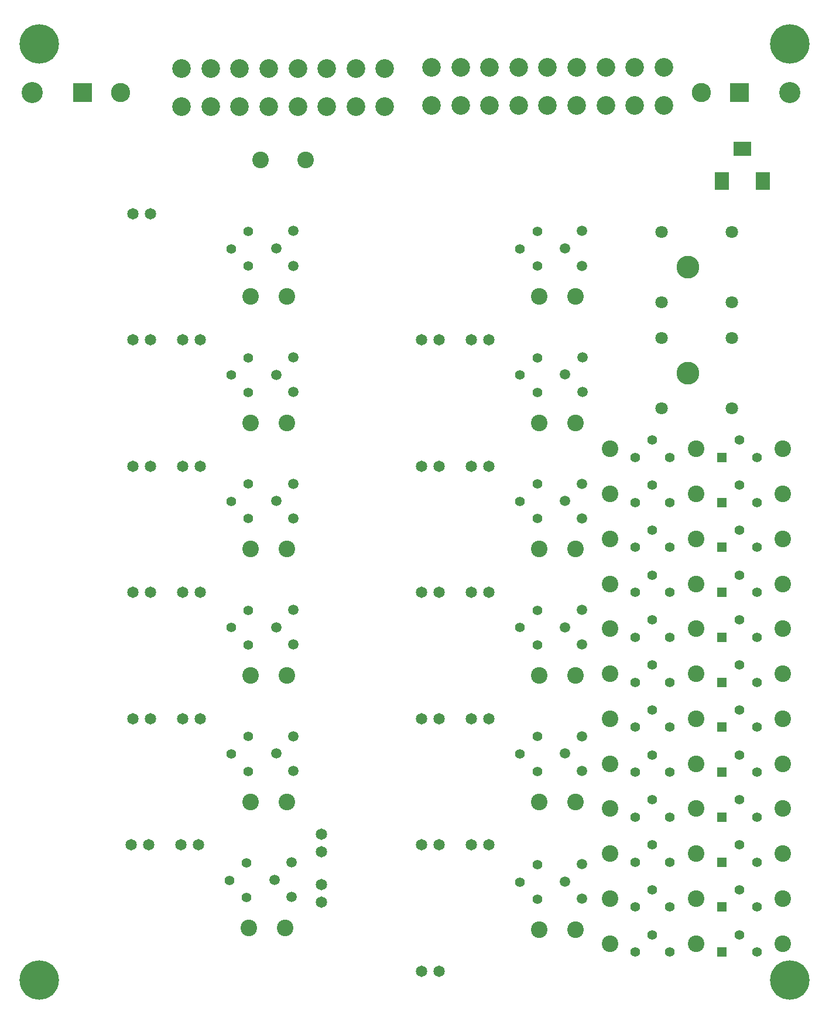
<source format=gbr>
%TF.GenerationSoftware,KiCad,Pcbnew,(6.0.1)*%
%TF.CreationDate,2024-03-16T13:10:31+01:00*%
%TF.ProjectId,CMU,434d552e-6b69-4636-9164-5f7063625858,rev?*%
%TF.SameCoordinates,Original*%
%TF.FileFunction,Soldermask,Bot*%
%TF.FilePolarity,Negative*%
%FSLAX46Y46*%
G04 Gerber Fmt 4.6, Leading zero omitted, Abs format (unit mm)*
G04 Created by KiCad (PCBNEW (6.0.1)) date 2024-03-16 13:10:31*
%MOMM*%
%LPD*%
G01*
G04 APERTURE LIST*
%ADD10C,5.700000*%
%ADD11C,1.400000*%
%ADD12R,1.400000X1.400000*%
%ADD13C,1.650000*%
%ADD14C,2.400000*%
%ADD15C,1.500000*%
%ADD16C,3.050000*%
%ADD17R,2.775000X2.775000*%
%ADD18C,2.775000*%
%ADD19C,1.800000*%
%ADD20C,3.300000*%
%ADD21R,2.000000X2.600000*%
%ADD22R,2.600000X2.000000*%
%ADD23C,2.700000*%
G04 APERTURE END LIST*
D10*
%TO.C,H4*%
X71500000Y-231000000D03*
%TD*%
D11*
%TO.C,VR27*%
X143480000Y-200845000D03*
X140980000Y-198345000D03*
X143480000Y-195845000D03*
%TD*%
D12*
%TO.C,VR25*%
X170155000Y-220480000D03*
D11*
X172695000Y-217980000D03*
X175235000Y-220480000D03*
%TD*%
D13*
%TO.C,J28*%
X94770000Y-156750000D03*
X92230000Y-156750000D03*
%TD*%
D14*
%TO.C,TP14*%
X154000000Y-212750000D03*
%TD*%
%TO.C,TP21*%
X166500000Y-180250000D03*
%TD*%
D13*
%TO.C,J19*%
X136520000Y-211500000D03*
X133980000Y-211500000D03*
%TD*%
D14*
%TO.C,TP40*%
X179000000Y-225750000D03*
%TD*%
%TO.C,TP13*%
X154000000Y-206250000D03*
%TD*%
D15*
%TO.C,VR28*%
X149980000Y-200777000D03*
X147480000Y-198277000D03*
X149980000Y-195777000D03*
%TD*%
D13*
%TO.C,J25*%
X94520000Y-211500000D03*
X91980000Y-211500000D03*
%TD*%
D14*
%TO.C,TP48*%
X149000000Y-150500000D03*
%TD*%
D12*
%TO.C,VR22*%
X170155000Y-200980000D03*
D11*
X172695000Y-198480000D03*
X175235000Y-200980000D03*
%TD*%
D10*
%TO.C,H1*%
X71500000Y-95750000D03*
%TD*%
D13*
%TO.C,J5*%
X126730000Y-211500000D03*
X129270000Y-211500000D03*
%TD*%
%TO.C,J27*%
X94750000Y-175000000D03*
X92210000Y-175000000D03*
%TD*%
D14*
%TO.C,TP16*%
X154000000Y-225750000D03*
%TD*%
%TO.C,TP10*%
X154000000Y-186750000D03*
%TD*%
D13*
%TO.C,J10*%
X112250000Y-212520000D03*
X112250000Y-209980000D03*
%TD*%
D11*
%TO.C,VR33*%
X143480000Y-146095000D03*
X140980000Y-143595000D03*
X143480000Y-141095000D03*
%TD*%
D14*
%TO.C,TP17*%
X166500000Y-154250000D03*
%TD*%
%TO.C,TP34*%
X179000000Y-186750000D03*
%TD*%
%TO.C,TP53*%
X102000000Y-187000000D03*
%TD*%
%TO.C,TP5*%
X154000000Y-154250000D03*
%TD*%
%TO.C,TP44*%
X149000000Y-187000000D03*
%TD*%
%TO.C,TP22*%
X166500000Y-186750000D03*
%TD*%
D16*
%TO.C,J18*%
X70450000Y-102750000D03*
D17*
X77750000Y-102750000D03*
D18*
X83250000Y-102750000D03*
%TD*%
D14*
%TO.C,TP36*%
X179000000Y-199750000D03*
%TD*%
%TO.C,TP54*%
X107250000Y-187000000D03*
%TD*%
%TO.C,TP15*%
X154000000Y-219250000D03*
%TD*%
D10*
%TO.C,H2*%
X180000000Y-95750000D03*
%TD*%
D14*
%TO.C,TP62*%
X107000000Y-223500000D03*
%TD*%
%TO.C,TP61*%
X101750000Y-223500000D03*
%TD*%
%TO.C,TP30*%
X179000000Y-160750000D03*
%TD*%
%TO.C,TP47*%
X143750000Y-150500000D03*
%TD*%
D13*
%TO.C,J24*%
X112250000Y-217230000D03*
X112250000Y-219770000D03*
%TD*%
D15*
%TO.C,VR2*%
X149980000Y-219277000D03*
X147480000Y-216777000D03*
X149980000Y-214277000D03*
%TD*%
D11*
%TO.C,VR41*%
X101730000Y-164345000D03*
X99230000Y-161845000D03*
X101730000Y-159345000D03*
%TD*%
D12*
%TO.C,VR15*%
X170155000Y-155480000D03*
D11*
X172695000Y-152980000D03*
X175235000Y-155480000D03*
%TD*%
D13*
%TO.C,J26*%
X94750000Y-193250000D03*
X92210000Y-193250000D03*
%TD*%
D11*
%TO.C,VR6*%
X157655000Y-174980000D03*
X160155000Y-172480000D03*
X162655000Y-174980000D03*
%TD*%
D13*
%TO.C,J11*%
X84730000Y-211500000D03*
X87270000Y-211500000D03*
%TD*%
D14*
%TO.C,TP38*%
X179000000Y-212750000D03*
%TD*%
%TO.C,TP1*%
X143750000Y-223750000D03*
%TD*%
D15*
%TO.C,VR44*%
X108230000Y-146027000D03*
X105730000Y-143527000D03*
X108230000Y-141027000D03*
%TD*%
D14*
%TO.C,TP20*%
X166500000Y-173750000D03*
%TD*%
D11*
%TO.C,VR39*%
X101730000Y-182595000D03*
X99230000Y-180095000D03*
X101730000Y-177595000D03*
%TD*%
D14*
%TO.C,TP57*%
X102000000Y-150500000D03*
%TD*%
D19*
%TO.C,J1*%
X171660000Y-133104000D03*
X161500000Y-133104000D03*
X171660000Y-122944000D03*
X161500000Y-122944000D03*
D20*
X165300000Y-128024000D03*
%TD*%
D11*
%TO.C,VR7*%
X157655000Y-181480000D03*
X160155000Y-178980000D03*
X162655000Y-181480000D03*
%TD*%
D14*
%TO.C,TP7*%
X154000000Y-167250000D03*
%TD*%
%TO.C,TP28*%
X166500000Y-225750000D03*
%TD*%
%TO.C,TP59*%
X102000000Y-132250000D03*
%TD*%
D11*
%TO.C,VR12*%
X157655000Y-213980000D03*
X160155000Y-211480000D03*
X162655000Y-213980000D03*
%TD*%
%TO.C,VR4*%
X157655000Y-161980000D03*
X160155000Y-159480000D03*
X162655000Y-161980000D03*
%TD*%
D12*
%TO.C,VR17*%
X170155000Y-168480000D03*
D11*
X172695000Y-165980000D03*
X175235000Y-168480000D03*
%TD*%
D14*
%TO.C,TP4*%
X110000000Y-112500000D03*
%TD*%
D15*
%TO.C,VR34*%
X150000000Y-146000000D03*
X147500000Y-143500000D03*
X150000000Y-141000000D03*
%TD*%
D11*
%TO.C,VR37*%
X101730000Y-200845000D03*
X99230000Y-198345000D03*
X101730000Y-195845000D03*
%TD*%
D12*
%TO.C,VR26*%
X170155000Y-226980000D03*
D11*
X172695000Y-224480000D03*
X175235000Y-226980000D03*
%TD*%
%TO.C,VR1*%
X143480000Y-219345000D03*
X140980000Y-216845000D03*
X143480000Y-214345000D03*
%TD*%
D14*
%TO.C,TP52*%
X107250000Y-205250000D03*
%TD*%
D21*
%TO.C,Power_in1*%
X170150000Y-115550000D03*
X176150000Y-115550000D03*
D22*
X173150000Y-110850000D03*
%TD*%
D14*
%TO.C,TP46*%
X149000000Y-168750000D03*
%TD*%
D15*
%TO.C,VR36*%
X149980000Y-127777000D03*
X147480000Y-125277000D03*
X149980000Y-122777000D03*
%TD*%
D12*
%TO.C,VR23*%
X170155000Y-207480000D03*
D11*
X172695000Y-204980000D03*
X175235000Y-207480000D03*
%TD*%
%TO.C,VR3*%
X157655000Y-155480000D03*
X160155000Y-152980000D03*
X162655000Y-155480000D03*
%TD*%
D14*
%TO.C,TP51*%
X102000000Y-205250000D03*
%TD*%
%TO.C,TP39*%
X179000000Y-219250000D03*
%TD*%
%TO.C,TP43*%
X143750000Y-187000000D03*
%TD*%
%TO.C,TP29*%
X179000000Y-154250000D03*
%TD*%
D11*
%TO.C,VR9*%
X157655000Y-194480000D03*
X160155000Y-191980000D03*
X162655000Y-194480000D03*
%TD*%
D14*
%TO.C,TP31*%
X179000000Y-167250000D03*
%TD*%
%TO.C,TP55*%
X102000000Y-168750000D03*
%TD*%
D13*
%TO.C,J6*%
X126730000Y-193250000D03*
X129270000Y-193250000D03*
%TD*%
D11*
%TO.C,VR5*%
X157655000Y-168480000D03*
X160155000Y-165980000D03*
X162655000Y-168480000D03*
%TD*%
%TO.C,VR47*%
X101480000Y-219095000D03*
X98980000Y-216595000D03*
X101480000Y-214095000D03*
%TD*%
D23*
%TO.C,J2*%
X92050000Y-99275000D03*
X96250000Y-99275000D03*
X100450000Y-99275000D03*
X104650000Y-99275000D03*
X108850000Y-99275000D03*
X113050000Y-99275000D03*
X117250000Y-99275000D03*
X121450000Y-99275000D03*
X92050000Y-104775000D03*
X96250000Y-104775000D03*
X100450000Y-104775000D03*
X104650000Y-104775000D03*
X108850000Y-104775000D03*
X113050000Y-104775000D03*
X117250000Y-104775000D03*
X121450000Y-104775000D03*
%TD*%
D15*
%TO.C,VR38*%
X108230000Y-200777000D03*
X105730000Y-198277000D03*
X108230000Y-195777000D03*
%TD*%
D14*
%TO.C,TP12*%
X154000000Y-199750000D03*
%TD*%
D16*
%TO.C,J17*%
X180043500Y-102750000D03*
D17*
X172743500Y-102750000D03*
D18*
X167243500Y-102750000D03*
%TD*%
D14*
%TO.C,TP27*%
X166500000Y-219250000D03*
%TD*%
D12*
%TO.C,VR24*%
X170155000Y-213980000D03*
D11*
X172695000Y-211480000D03*
X175235000Y-213980000D03*
%TD*%
%TO.C,VR35*%
X143480000Y-127845000D03*
X140980000Y-125345000D03*
X143480000Y-122845000D03*
%TD*%
D14*
%TO.C,TP18*%
X166500000Y-160750000D03*
%TD*%
%TO.C,TP2*%
X149000000Y-223750000D03*
%TD*%
D11*
%TO.C,VR14*%
X157655000Y-226980000D03*
X160155000Y-224480000D03*
X162655000Y-226980000D03*
%TD*%
D13*
%TO.C,J23*%
X136520000Y-138500000D03*
X133980000Y-138500000D03*
%TD*%
D11*
%TO.C,VR11*%
X157655000Y-207480000D03*
X160155000Y-204980000D03*
X162655000Y-207480000D03*
%TD*%
D15*
%TO.C,VR46*%
X108230000Y-127777000D03*
X105730000Y-125277000D03*
X108230000Y-122777000D03*
%TD*%
%TO.C,VR32*%
X149980000Y-164277000D03*
X147480000Y-161777000D03*
X149980000Y-159277000D03*
%TD*%
D14*
%TO.C,TP41*%
X143750000Y-205250000D03*
%TD*%
%TO.C,TP23*%
X166500000Y-193250000D03*
%TD*%
D11*
%TO.C,VR13*%
X157655000Y-220480000D03*
X160155000Y-217980000D03*
X162655000Y-220480000D03*
%TD*%
D12*
%TO.C,VR19*%
X170155000Y-181480000D03*
D11*
X172695000Y-178980000D03*
X175235000Y-181480000D03*
%TD*%
D14*
%TO.C,TP3*%
X103500000Y-112500000D03*
%TD*%
%TO.C,TP19*%
X166500000Y-167250000D03*
%TD*%
%TO.C,TP32*%
X179000000Y-173750000D03*
%TD*%
D13*
%TO.C,J14*%
X84980000Y-156750000D03*
X87520000Y-156750000D03*
%TD*%
%TO.C,J20*%
X136520000Y-193250000D03*
X133980000Y-193250000D03*
%TD*%
D14*
%TO.C,TP42*%
X149000000Y-205250000D03*
%TD*%
D11*
%TO.C,VR31*%
X143480000Y-164345000D03*
X140980000Y-161845000D03*
X143480000Y-159345000D03*
%TD*%
D12*
%TO.C,VR21*%
X170155000Y-194480000D03*
D11*
X172695000Y-191980000D03*
X175235000Y-194480000D03*
%TD*%
D14*
%TO.C,TP50*%
X149000000Y-132250000D03*
%TD*%
D13*
%TO.C,J9*%
X126730000Y-138500000D03*
X129270000Y-138500000D03*
%TD*%
D15*
%TO.C,VR42*%
X108230000Y-164277000D03*
X105730000Y-161777000D03*
X108230000Y-159277000D03*
%TD*%
%TO.C,VR48*%
X107980000Y-219027000D03*
X105480000Y-216527000D03*
X107980000Y-214027000D03*
%TD*%
D14*
%TO.C,TP56*%
X107250000Y-168750000D03*
%TD*%
D11*
%TO.C,VR29*%
X143480000Y-182595000D03*
X140980000Y-180095000D03*
X143480000Y-177595000D03*
%TD*%
D13*
%TO.C,J4*%
X126730000Y-229750000D03*
X129270000Y-229750000D03*
%TD*%
D14*
%TO.C,TP33*%
X179000000Y-180250000D03*
%TD*%
%TO.C,TP58*%
X107250000Y-150500000D03*
%TD*%
D12*
%TO.C,VR18*%
X170155000Y-174980000D03*
D11*
X172695000Y-172480000D03*
X175235000Y-174980000D03*
%TD*%
D14*
%TO.C,TP35*%
X179000000Y-193250000D03*
%TD*%
D11*
%TO.C,VR8*%
X157655000Y-187980000D03*
X160155000Y-185480000D03*
X162655000Y-187980000D03*
%TD*%
%TO.C,VR45*%
X101730000Y-127845000D03*
X99230000Y-125345000D03*
X101730000Y-122845000D03*
%TD*%
D12*
%TO.C,VR20*%
X170155000Y-187980000D03*
D11*
X172695000Y-185480000D03*
X175235000Y-187980000D03*
%TD*%
D13*
%TO.C,J12*%
X84980000Y-193250000D03*
X87520000Y-193250000D03*
%TD*%
D14*
%TO.C,TP24*%
X166500000Y-199750000D03*
%TD*%
%TO.C,TP9*%
X154000000Y-180250000D03*
%TD*%
D13*
%TO.C,J21*%
X136520000Y-175000000D03*
X133980000Y-175000000D03*
%TD*%
D14*
%TO.C,TP25*%
X166500000Y-206250000D03*
%TD*%
D19*
%TO.C,J3*%
X171660000Y-148354000D03*
X161500000Y-148354000D03*
X171660000Y-138194000D03*
X161500000Y-138194000D03*
D20*
X165300000Y-143274000D03*
%TD*%
D11*
%TO.C,VR10*%
X157655000Y-200980000D03*
X160155000Y-198480000D03*
X162655000Y-200980000D03*
%TD*%
D14*
%TO.C,TP11*%
X154000000Y-193250000D03*
%TD*%
D11*
%TO.C,VR43*%
X101730000Y-146095000D03*
X99230000Y-143595000D03*
X101730000Y-141095000D03*
%TD*%
D13*
%TO.C,J22*%
X136520000Y-156750000D03*
X133980000Y-156750000D03*
%TD*%
D15*
%TO.C,VR40*%
X108230000Y-182527000D03*
X105730000Y-180027000D03*
X108230000Y-177527000D03*
%TD*%
D14*
%TO.C,TP26*%
X166500000Y-212750000D03*
%TD*%
%TO.C,TP60*%
X107250000Y-132250000D03*
%TD*%
%TO.C,TP45*%
X143750000Y-168750000D03*
%TD*%
%TO.C,TP49*%
X143750000Y-132250000D03*
%TD*%
D10*
%TO.C,H3*%
X180000000Y-231000000D03*
%TD*%
D12*
%TO.C,VR16*%
X170155000Y-161980000D03*
D11*
X172695000Y-159480000D03*
X175235000Y-161980000D03*
%TD*%
D13*
%TO.C,J7*%
X126730000Y-175000000D03*
X129270000Y-175000000D03*
%TD*%
%TO.C,J16*%
X84980000Y-120250000D03*
X87520000Y-120250000D03*
%TD*%
D15*
%TO.C,VR30*%
X149980000Y-182527000D03*
X147480000Y-180027000D03*
X149980000Y-177527000D03*
%TD*%
D13*
%TO.C,J15*%
X84980000Y-138500000D03*
X87520000Y-138500000D03*
%TD*%
%TO.C,J29*%
X94750000Y-138500000D03*
X92210000Y-138500000D03*
%TD*%
D23*
%TO.C,J30*%
X128200000Y-99150000D03*
X132400000Y-99150000D03*
X136600000Y-99150000D03*
X140800000Y-99150000D03*
X145000000Y-99150000D03*
X149200000Y-99150000D03*
X153400000Y-99150000D03*
X157600000Y-99150000D03*
X161800000Y-99150000D03*
X128200000Y-104650000D03*
X132400000Y-104650000D03*
X136600000Y-104650000D03*
X140800000Y-104650000D03*
X145000000Y-104650000D03*
X149200000Y-104650000D03*
X153400000Y-104650000D03*
X157600000Y-104650000D03*
X161800000Y-104650000D03*
%TD*%
D13*
%TO.C,J13*%
X84980000Y-175000000D03*
X87520000Y-175000000D03*
%TD*%
D14*
%TO.C,TP37*%
X179000000Y-206250000D03*
%TD*%
D13*
%TO.C,J8*%
X126730000Y-156750000D03*
X129270000Y-156750000D03*
%TD*%
D14*
%TO.C,TP8*%
X154000000Y-173750000D03*
%TD*%
%TO.C,TP6*%
X154000000Y-160750000D03*
%TD*%
M02*

</source>
